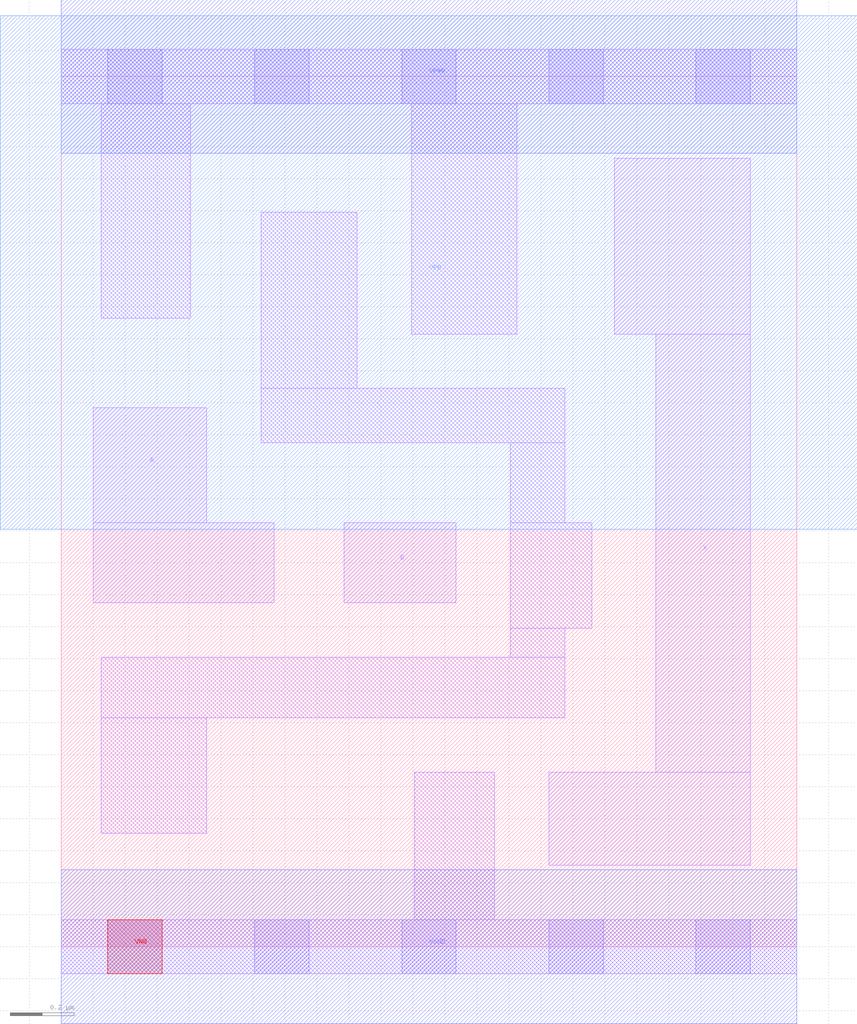
<source format=lef>
# Copyright 2020 The SkyWater PDK Authors
#
# Licensed under the Apache License, Version 2.0 (the "License");
# you may not use this file except in compliance with the License.
# You may obtain a copy of the License at
#
#     https://www.apache.org/licenses/LICENSE-2.0
#
# Unless required by applicable law or agreed to in writing, software
# distributed under the License is distributed on an "AS IS" BASIS,
# WITHOUT WARRANTIES OR CONDITIONS OF ANY KIND, either express or implied.
# See the License for the specific language governing permissions and
# limitations under the License.
#
# SPDX-License-Identifier: Apache-2.0

VERSION 5.7 ;
  NOWIREEXTENSIONATPIN ON ;
  DIVIDERCHAR "/" ;
  BUSBITCHARS "[]" ;
PROPERTYDEFINITIONS
  MACRO maskLayoutSubType STRING ;
  MACRO prCellType STRING ;
  MACRO originalViewName STRING ;
END PROPERTYDEFINITIONS
MACRO sky130_fd_sc_hdll__and2_1
  CLASS CORE ;
  FOREIGN sky130_fd_sc_hdll__and2_1 ;
  ORIGIN  0.000000  0.000000 ;
  SIZE  2.300000 BY  2.720000 ;
  SYMMETRY X Y R90 ;
  SITE unithd ;
  PIN A
    ANTENNAGATEAREA  0.138600 ;
    DIRECTION INPUT ;
    USE SIGNAL ;
    PORT
      LAYER li1 ;
        RECT 0.100000 1.075000 0.665000 1.325000 ;
        RECT 0.100000 1.325000 0.455000 1.685000 ;
    END
  END A
  PIN B
    ANTENNAGATEAREA  0.138600 ;
    DIRECTION INPUT ;
    USE SIGNAL ;
    PORT
      LAYER li1 ;
        RECT 0.885000 1.075000 1.235000 1.325000 ;
    END
  END B
  PIN VNB
    PORT
      LAYER pwell ;
        RECT 0.145000 -0.085000 0.315000 0.085000 ;
    END
  END VNB
  PIN VPB
    PORT
      LAYER nwell ;
        RECT -0.190000 1.305000 2.490000 2.910000 ;
    END
  END VPB
  PIN X
    ANTENNADIFFAREA  0.757250 ;
    DIRECTION OUTPUT ;
    USE SIGNAL ;
    PORT
      LAYER li1 ;
        RECT 1.525000 0.255000 2.155000 0.545000 ;
        RECT 1.730000 1.915000 2.155000 2.465000 ;
        RECT 1.860000 0.545000 2.155000 1.915000 ;
    END
  END X
  PIN VGND
    DIRECTION INOUT ;
    USE GROUND ;
    PORT
      LAYER met1 ;
        RECT 0.000000 -0.240000 2.300000 0.240000 ;
    END
  END VGND
  PIN VPWR
    DIRECTION INOUT ;
    USE POWER ;
    PORT
      LAYER met1 ;
        RECT 0.000000 2.480000 2.300000 2.960000 ;
    END
  END VPWR
  OBS
    LAYER li1 ;
      RECT 0.000000 -0.085000 2.300000 0.085000 ;
      RECT 0.000000  2.635000 2.300000 2.805000 ;
      RECT 0.125000  0.355000 0.455000 0.715000 ;
      RECT 0.125000  0.715000 1.575000 0.905000 ;
      RECT 0.125000  1.965000 0.405000 2.635000 ;
      RECT 0.625000  1.575000 1.575000 1.745000 ;
      RECT 0.625000  1.745000 0.925000 2.295000 ;
      RECT 1.095000  1.915000 1.425000 2.635000 ;
      RECT 1.105000  0.085000 1.355000 0.545000 ;
      RECT 1.405000  0.905000 1.575000 0.995000 ;
      RECT 1.405000  0.995000 1.660000 1.325000 ;
      RECT 1.405000  1.325000 1.575000 1.575000 ;
    LAYER mcon ;
      RECT 0.145000 -0.085000 0.315000 0.085000 ;
      RECT 0.145000  2.635000 0.315000 2.805000 ;
      RECT 0.605000 -0.085000 0.775000 0.085000 ;
      RECT 0.605000  2.635000 0.775000 2.805000 ;
      RECT 1.065000 -0.085000 1.235000 0.085000 ;
      RECT 1.065000  2.635000 1.235000 2.805000 ;
      RECT 1.525000 -0.085000 1.695000 0.085000 ;
      RECT 1.525000  2.635000 1.695000 2.805000 ;
      RECT 1.985000 -0.085000 2.155000 0.085000 ;
      RECT 1.985000  2.635000 2.155000 2.805000 ;
  END
  PROPERTY maskLayoutSubType "abstract" ;
  PROPERTY prCellType "standard" ;
  PROPERTY originalViewName "layout" ;
END sky130_fd_sc_hdll__and2_1
END LIBRARY

</source>
